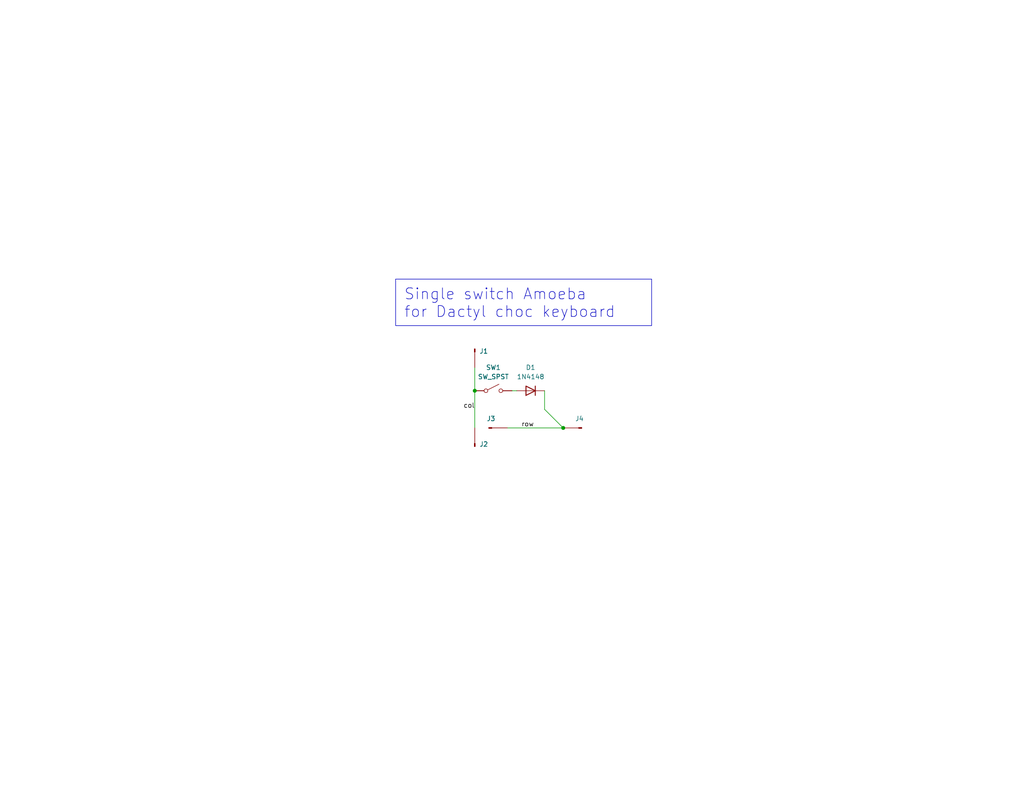
<source format=kicad_sch>
(kicad_sch (version 20231120) (generator "eeschema") (generator_version "8.0")
  (paper "USLetter")
  (lib_symbols
    (symbol "Conn_01x01_Pin_1" (pin_numbers hide) (pin_names (offset 1.016) hide)
      (property "Reference" "J" (at 0 2.54 0))
      (property "Value" "Conn_01x01_Pin" (at 0 -2.54 0))
      (symbol "Conn_01x01_Pin_1_1_1"
        (polyline (pts (xy 1.27 0) (xy 0.8636 0)) (stroke (width 0.1524)))
        (rectangle (start 0.8636 0.127) (end 0 -0.127) (stroke (width 0.1524)) (fill (type outline)))
        (pin passive line (at 5.08 0 180) (length 3.81) (name "Pin_1") (number "1"))
      )
    )
    (symbol "Conn_01x01_Pin_2" (pin_numbers hide) (pin_names (offset 1.016) hide)
      (property "Reference" "J" (at 0 2.54 0))
      (property "Value" "Conn_01x01_Pin" (at 0 -2.54 0))
      (symbol "Conn_01x01_Pin_2_1_1"
        (polyline (pts (xy 1.27 0) (xy 0.8636 0)) (stroke (width 0.1524)))
        (rectangle (start 0.8636 0.127) (end 0 -0.127) (stroke (width 0.1524)) (fill (type outline)))
        (pin passive line (at 5.08 0 180) (length 3.81) (name "Pin_1") (number "1"))
      )
    )
    (symbol "Conn_01x01_Pin_3" (pin_numbers hide) (pin_names (offset 1.016) hide)
      (property "Reference" "J" (at 0 2.54 0))
      (property "Value" "Conn_01x01_Pin" (at 0 -2.54 0))
      (symbol "Conn_01x01_Pin_3_1_1"
        (polyline (pts (xy 1.27 0) (xy 0.8636 0)) (stroke (width 0.1524)))
        (rectangle (start 0.8636 0.127) (end 0 -0.127) (stroke (width 0.1524)) (fill (type outline)))
        (pin passive line (at 5.08 0 180) (length 3.81) (name "Pin_1") (number "1"))
      )
    )
    (symbol "Connector:Conn_01x01_Pin" (pin_numbers hide) (pin_names (offset 1.016) hide)
      (property "Reference" "J" (at 0 2.54 0))
      (property "Value" "Conn_01x01_Pin" (at 0 -2.54 0))
      (symbol "Conn_01x01_Pin_1_1"
        (polyline (pts (xy 1.27 0) (xy 0.8636 0)) (stroke (width 0.1524)))
        (rectangle (start 0.8636 0.127) (end 0 -0.127) (stroke (width 0.1524)) (fill (type outline)))
        (pin passive line (at 5.08 0 180) (length 3.81) (name "Pin_1") (number "1"))
      )
    )
    (symbol "Diode:1N4148" (pin_numbers hide) (pin_names hide)
      (property "Reference" "D" (at 0 2.54 0))
      (property "Value" "1N4148" (at 0 -2.54 0))
      (symbol "1N4148_0_1"
        (polyline (pts (xy -1.27 1.27) (xy -1.27 -1.27)) (stroke (width 0.254)))
        (polyline (pts (xy 1.27 0) (xy -1.27 0)))
        (polyline (pts (xy 1.27 1.27) (xy 1.27 -1.27) (xy -1.27 0) (xy 1.27 1.27)) (stroke (width 0.254)))
      )
      (symbol "1N4148_1_1"
        (pin passive line (at -3.81 0 0) (length 2.54) (name "K") (number "1"))
        (pin passive line (at 3.81 0 180) (length 2.54) (name "A") (number "2"))
      )
    )
    (symbol "Switch:SW_SPST" (pin_numbers hide) (pin_names (offset 0) hide)
      (property "Reference" "SW" (at 0 3.175 0))
      (property "Value" "SW_SPST" (at 0 -2.54 0))
      (symbol "SW_SPST_0_0"
        (circle (center -2.032 0) (radius 0.508))
        (polyline (pts (xy -1.524 0.254) (xy 1.524 1.778)))
        (circle (center 2.032 0) (radius 0.508))
      )
      (symbol "SW_SPST_1_1"
        (pin passive line (at -5.08 0 0) (length 2.54) (name "A") (number "1"))
        (pin passive line (at 5.08 0 180) (length 2.54) (name "B") (number "2"))
      )
    )
  )
  (junction (at 129.54 106.68))
  (junction (at 153.67 116.84))
  (wire (pts (xy 148.59 111.76) (xy 153.67 116.84)))
  (wire (pts (xy 148.59 106.68) (xy 148.59 111.76)))
  (wire (pts (xy 138.43 116.84) (xy 153.67 116.84)))
  (wire (pts (xy 129.54 106.68) (xy 129.54 116.84)))
  (wire (pts (xy 129.54 100.33) (xy 129.54 106.68)))
  (wire (pts (xy 139.7 106.68) (xy 140.97 106.68)))
  (text_box "Single switch Amoeba\nfor Dactyl choc keyboard" (at 107.95 76.2 0) (size 69.85 12.7) (effects (font (size 3 3)) (justify left top)))
  (label "col" (at 129.54 111.76 180))
  (label "row" (at 142.24 116.84 0))
  (symbol (lib_name "Conn_01x01_Pin_2") (lib_id "Connector:Conn_01x01_Pin") (at 133.35 116.84 0) (unit 1)
    (property "Reference" "J3" (at 133.985 114.3 0))
    (property "Value" "Conn_01x01_Pin" (effects (hide yes)))
    (property "Footprint" "Amoeba_Choc_Nar:Pin_D0.8mm_L7.0mm" (effects (hide yes)))
  )
  (symbol (lib_name "Conn_01x01_Pin_3") (lib_id "Connector:Conn_01x01_Pin") (at 129.54 95.25 270) (unit 1)
    (property "Reference" "J1" (at 130.81 95.885 90) (effects (justify left)))
    (property "Value" "Conn_01x01_Pin" (effects (hide yes)))
    (property "Footprint" "Amoeba_Choc_Nar:Pin_D0.8mm_L7.0mm" (effects (hide yes)))
  )
  (symbol (lib_id "Switch:SW_SPST") (at 134.62 106.68 0) (unit 1)
    (property "Reference" "SW1" (at 134.62 100.33 0))
    (property "Value" "SW_SPST" (at 134.62 102.87 0))
    (property "Footprint" "Amoeba_Choc_Nar:pg1350-hotswap" (effects (hide yes)))
  )
  (symbol (lib_id "Diode:1N4148") (at 144.78 106.68 180) (unit 1)
    (property "Reference" "D1" (at 144.78 100.33 0))
    (property "Value" "1N4148" (at 144.78 102.87 0))
    (property "Footprint" "Diode_SMD:D_SOD-123" (effects (hide yes)))
    (property "Datasheet" "https://assets.nexperia.com/documents/data-sheet/1N4148_1N4448.pdf" (effects (hide yes)))
    (property "Sim.Device" "D" (effects (hide yes)))
    (property "Sim.Pins" "1=K 2=A" (effects (hide yes)))
  )
  (symbol (lib_id "Connector:Conn_01x01_Pin") (at 158.75 116.84 180) (unit 1)
    (property "Reference" "J4" (at 158.115 114.3 0))
    (property "Value" "Conn_01x01_Pin" (effects (hide yes)))
    (property "Footprint" "Amoeba_Choc_Nar:Pin_D0.8mm_L7.0mm" (effects (hide yes)))
  )
  (symbol (lib_name "Conn_01x01_Pin_1") (lib_id "Connector:Conn_01x01_Pin") (at 129.54 121.92 90) (unit 1)
    (property "Reference" "J2" (at 130.81 121.285 90) (effects (justify right)))
    (property "Value" "Conn_01x01_Pin" (effects (hide yes)))
    (property "Footprint" "Amoeba_Choc_Nar:Pin_D0.8mm_L7.0mm" (effects (hide yes)))
  )
)
</source>
